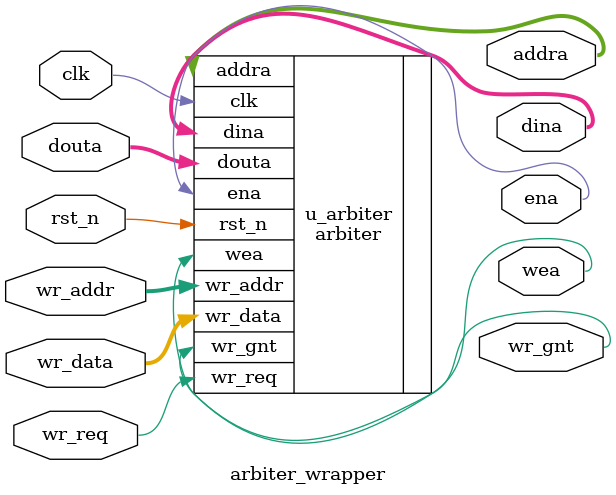
<source format=v>
`timescale 1ns / 1ps

module arbiter_wrapper (
  input clk,
  input rst_n,

  /* Interface for User Logic */
  input           wr_req,
  output          wr_gnt,
  input  [   9:0] wr_addr,
  input  [1023:0] wr_data,

  /* Interface for VRF */
  output [   9:0] addra,
  input  [1023:0] douta,
  output [1023:0] dina,
  output          ena,
  output          wea
);

  // Instantiate the arbiter module
  arbiter u_arbiter (
    .clk    (clk),
    .rst_n  (rst_n),
    .wr_req (wr_req),
    .wr_gnt (wr_gnt),
    .wr_addr(wr_addr),
    .wr_data(wr_data),
    .addra  (addra),
    .douta  (douta),
    .dina   (dina),
    .ena    (ena),
    .wea    (wea)
  );

endmodule

</source>
